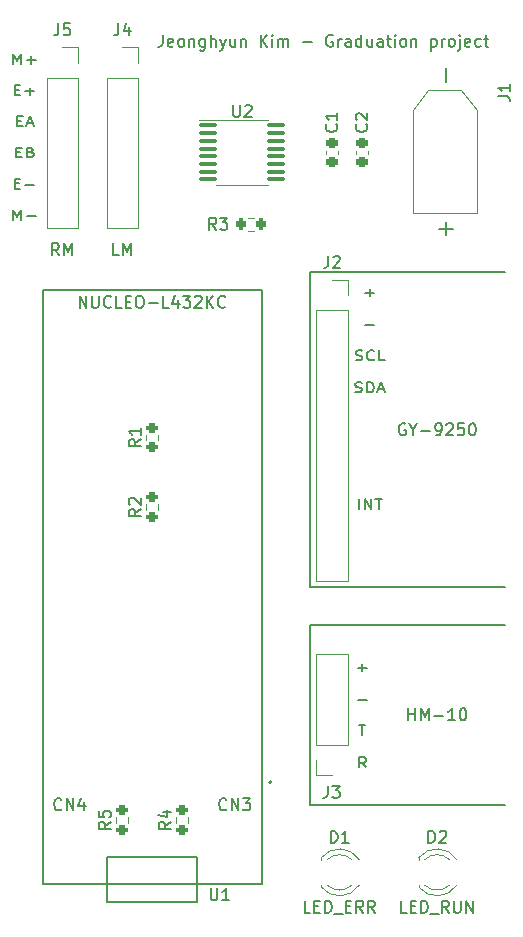
<source format=gto>
%TF.GenerationSoftware,KiCad,Pcbnew,(6.0.7)*%
%TF.CreationDate,2023-08-18T16:06:47+09:00*%
%TF.ProjectId,graduate-project,67726164-7561-4746-952d-70726f6a6563,rev?*%
%TF.SameCoordinates,Original*%
%TF.FileFunction,Legend,Top*%
%TF.FilePolarity,Positive*%
%FSLAX46Y46*%
G04 Gerber Fmt 4.6, Leading zero omitted, Abs format (unit mm)*
G04 Created by KiCad (PCBNEW (6.0.7)) date 2023-08-18 16:06:47*
%MOMM*%
%LPD*%
G01*
G04 APERTURE LIST*
G04 Aperture macros list*
%AMRoundRect*
0 Rectangle with rounded corners*
0 $1 Rounding radius*
0 $2 $3 $4 $5 $6 $7 $8 $9 X,Y pos of 4 corners*
0 Add a 4 corners polygon primitive as box body*
4,1,4,$2,$3,$4,$5,$6,$7,$8,$9,$2,$3,0*
0 Add four circle primitives for the rounded corners*
1,1,$1+$1,$2,$3*
1,1,$1+$1,$4,$5*
1,1,$1+$1,$6,$7*
1,1,$1+$1,$8,$9*
0 Add four rect primitives between the rounded corners*
20,1,$1+$1,$2,$3,$4,$5,0*
20,1,$1+$1,$4,$5,$6,$7,0*
20,1,$1+$1,$6,$7,$8,$9,0*
20,1,$1+$1,$8,$9,$2,$3,0*%
G04 Aperture macros list end*
%ADD10C,0.150000*%
%ADD11C,0.120000*%
%ADD12C,0.127000*%
%ADD13C,0.200000*%
%ADD14R,1.700000X1.700000*%
%ADD15O,1.700000X1.700000*%
%ADD16RoundRect,0.200000X0.200000X0.275000X-0.200000X0.275000X-0.200000X-0.275000X0.200000X-0.275000X0*%
%ADD17RoundRect,0.225000X0.250000X-0.225000X0.250000X0.225000X-0.250000X0.225000X-0.250000X-0.225000X0*%
%ADD18R,1.800000X1.800000*%
%ADD19C,1.800000*%
%ADD20RoundRect,0.200000X0.275000X-0.200000X0.275000X0.200000X-0.275000X0.200000X-0.275000X-0.200000X0*%
%ADD21R,1.530000X1.530000*%
%ADD22C,1.530000*%
%ADD23R,2.460000X2.310000*%
%ADD24RoundRect,0.100000X-0.687500X-0.100000X0.687500X-0.100000X0.687500X0.100000X-0.687500X0.100000X0*%
%ADD25R,3.800000X3.800000*%
%ADD26C,4.000000*%
G04 APERTURE END LIST*
D10*
X76835000Y-89535000D02*
X76835000Y-104775000D01*
X93345000Y-59690000D02*
X76835000Y-59690000D01*
X59690000Y-109220000D02*
X67310000Y-109220000D01*
X67310000Y-109220000D02*
X67310000Y-113030000D01*
X67310000Y-113030000D02*
X59690000Y-113030000D01*
X59690000Y-113030000D02*
X59690000Y-109220000D01*
X76835000Y-104775000D02*
X93345000Y-104775000D01*
X93345000Y-89535000D02*
X76835000Y-89535000D01*
X76835000Y-86360000D02*
X93345000Y-86360000D01*
X76835000Y-59690000D02*
X76835000Y-86360000D01*
X69794523Y-105132142D02*
X69746904Y-105179761D01*
X69604047Y-105227380D01*
X69508809Y-105227380D01*
X69365952Y-105179761D01*
X69270714Y-105084523D01*
X69223095Y-104989285D01*
X69175476Y-104798809D01*
X69175476Y-104655952D01*
X69223095Y-104465476D01*
X69270714Y-104370238D01*
X69365952Y-104275000D01*
X69508809Y-104227380D01*
X69604047Y-104227380D01*
X69746904Y-104275000D01*
X69794523Y-104322619D01*
X70223095Y-105227380D02*
X70223095Y-104227380D01*
X70794523Y-105227380D01*
X70794523Y-104227380D01*
X71175476Y-104227380D02*
X71794523Y-104227380D01*
X71461190Y-104608333D01*
X71604047Y-104608333D01*
X71699285Y-104655952D01*
X71746904Y-104703571D01*
X71794523Y-104798809D01*
X71794523Y-105036904D01*
X71746904Y-105132142D01*
X71699285Y-105179761D01*
X71604047Y-105227380D01*
X71318333Y-105227380D01*
X71223095Y-105179761D01*
X71175476Y-105132142D01*
X55824523Y-105132142D02*
X55776904Y-105179761D01*
X55634047Y-105227380D01*
X55538809Y-105227380D01*
X55395952Y-105179761D01*
X55300714Y-105084523D01*
X55253095Y-104989285D01*
X55205476Y-104798809D01*
X55205476Y-104655952D01*
X55253095Y-104465476D01*
X55300714Y-104370238D01*
X55395952Y-104275000D01*
X55538809Y-104227380D01*
X55634047Y-104227380D01*
X55776904Y-104275000D01*
X55824523Y-104322619D01*
X56253095Y-105227380D02*
X56253095Y-104227380D01*
X56824523Y-105227380D01*
X56824523Y-104227380D01*
X57729285Y-104560714D02*
X57729285Y-105227380D01*
X57491190Y-104179761D02*
X57253095Y-104894047D01*
X57872142Y-104894047D01*
X81534047Y-61407800D02*
X82295952Y-61407800D01*
X81915000Y-61727800D02*
X81915000Y-61087800D01*
X81534047Y-64112600D02*
X82295952Y-64112600D01*
X80724523Y-67097400D02*
X80867380Y-67137400D01*
X81105476Y-67137400D01*
X81200714Y-67097400D01*
X81248333Y-67057400D01*
X81295952Y-66977400D01*
X81295952Y-66897400D01*
X81248333Y-66817400D01*
X81200714Y-66777400D01*
X81105476Y-66737400D01*
X80915000Y-66697400D01*
X80819761Y-66657400D01*
X80772142Y-66617400D01*
X80724523Y-66537400D01*
X80724523Y-66457400D01*
X80772142Y-66377400D01*
X80819761Y-66337400D01*
X80915000Y-66297400D01*
X81153095Y-66297400D01*
X81295952Y-66337400D01*
X82295952Y-67057400D02*
X82248333Y-67097400D01*
X82105476Y-67137400D01*
X82010238Y-67137400D01*
X81867380Y-67097400D01*
X81772142Y-67017400D01*
X81724523Y-66937400D01*
X81676904Y-66777400D01*
X81676904Y-66657400D01*
X81724523Y-66497400D01*
X81772142Y-66417400D01*
X81867380Y-66337400D01*
X82010238Y-66297400D01*
X82105476Y-66297400D01*
X82248333Y-66337400D01*
X82295952Y-66377400D01*
X83200714Y-67137400D02*
X82724523Y-67137400D01*
X82724523Y-66297400D01*
X80700714Y-69802200D02*
X80843571Y-69842200D01*
X81081666Y-69842200D01*
X81176904Y-69802200D01*
X81224523Y-69762200D01*
X81272142Y-69682200D01*
X81272142Y-69602200D01*
X81224523Y-69522200D01*
X81176904Y-69482200D01*
X81081666Y-69442200D01*
X80891190Y-69402200D01*
X80795952Y-69362200D01*
X80748333Y-69322200D01*
X80700714Y-69242200D01*
X80700714Y-69162200D01*
X80748333Y-69082200D01*
X80795952Y-69042200D01*
X80891190Y-69002200D01*
X81129285Y-69002200D01*
X81272142Y-69042200D01*
X81700714Y-69842200D02*
X81700714Y-69002200D01*
X81938809Y-69002200D01*
X82081666Y-69042200D01*
X82176904Y-69122200D01*
X82224523Y-69202200D01*
X82272142Y-69362200D01*
X82272142Y-69482200D01*
X82224523Y-69642200D01*
X82176904Y-69722200D01*
X82081666Y-69802200D01*
X81938809Y-69842200D01*
X81700714Y-69842200D01*
X82653095Y-69602200D02*
X83129285Y-69602200D01*
X82557857Y-69842200D02*
X82891190Y-69002200D01*
X83224523Y-69842200D01*
X64406571Y-39584380D02*
X64406571Y-40298666D01*
X64358952Y-40441523D01*
X64263714Y-40536761D01*
X64120857Y-40584380D01*
X64025619Y-40584380D01*
X65263714Y-40536761D02*
X65168476Y-40584380D01*
X64978000Y-40584380D01*
X64882761Y-40536761D01*
X64835142Y-40441523D01*
X64835142Y-40060571D01*
X64882761Y-39965333D01*
X64978000Y-39917714D01*
X65168476Y-39917714D01*
X65263714Y-39965333D01*
X65311333Y-40060571D01*
X65311333Y-40155809D01*
X64835142Y-40251047D01*
X65882761Y-40584380D02*
X65787523Y-40536761D01*
X65739904Y-40489142D01*
X65692285Y-40393904D01*
X65692285Y-40108190D01*
X65739904Y-40012952D01*
X65787523Y-39965333D01*
X65882761Y-39917714D01*
X66025619Y-39917714D01*
X66120857Y-39965333D01*
X66168476Y-40012952D01*
X66216095Y-40108190D01*
X66216095Y-40393904D01*
X66168476Y-40489142D01*
X66120857Y-40536761D01*
X66025619Y-40584380D01*
X65882761Y-40584380D01*
X66644666Y-39917714D02*
X66644666Y-40584380D01*
X66644666Y-40012952D02*
X66692285Y-39965333D01*
X66787523Y-39917714D01*
X66930380Y-39917714D01*
X67025619Y-39965333D01*
X67073238Y-40060571D01*
X67073238Y-40584380D01*
X67978000Y-39917714D02*
X67978000Y-40727238D01*
X67930380Y-40822476D01*
X67882761Y-40870095D01*
X67787523Y-40917714D01*
X67644666Y-40917714D01*
X67549428Y-40870095D01*
X67978000Y-40536761D02*
X67882761Y-40584380D01*
X67692285Y-40584380D01*
X67597047Y-40536761D01*
X67549428Y-40489142D01*
X67501809Y-40393904D01*
X67501809Y-40108190D01*
X67549428Y-40012952D01*
X67597047Y-39965333D01*
X67692285Y-39917714D01*
X67882761Y-39917714D01*
X67978000Y-39965333D01*
X68454190Y-40584380D02*
X68454190Y-39584380D01*
X68882761Y-40584380D02*
X68882761Y-40060571D01*
X68835142Y-39965333D01*
X68739904Y-39917714D01*
X68597047Y-39917714D01*
X68501809Y-39965333D01*
X68454190Y-40012952D01*
X69263714Y-39917714D02*
X69501809Y-40584380D01*
X69739904Y-39917714D02*
X69501809Y-40584380D01*
X69406571Y-40822476D01*
X69358952Y-40870095D01*
X69263714Y-40917714D01*
X70549428Y-39917714D02*
X70549428Y-40584380D01*
X70120857Y-39917714D02*
X70120857Y-40441523D01*
X70168476Y-40536761D01*
X70263714Y-40584380D01*
X70406571Y-40584380D01*
X70501809Y-40536761D01*
X70549428Y-40489142D01*
X71025619Y-39917714D02*
X71025619Y-40584380D01*
X71025619Y-40012952D02*
X71073238Y-39965333D01*
X71168476Y-39917714D01*
X71311333Y-39917714D01*
X71406571Y-39965333D01*
X71454190Y-40060571D01*
X71454190Y-40584380D01*
X72692285Y-40584380D02*
X72692285Y-39584380D01*
X73263714Y-40584380D02*
X72835142Y-40012952D01*
X73263714Y-39584380D02*
X72692285Y-40155809D01*
X73692285Y-40584380D02*
X73692285Y-39917714D01*
X73692285Y-39584380D02*
X73644666Y-39632000D01*
X73692285Y-39679619D01*
X73739904Y-39632000D01*
X73692285Y-39584380D01*
X73692285Y-39679619D01*
X74168476Y-40584380D02*
X74168476Y-39917714D01*
X74168476Y-40012952D02*
X74216095Y-39965333D01*
X74311333Y-39917714D01*
X74454190Y-39917714D01*
X74549428Y-39965333D01*
X74597047Y-40060571D01*
X74597047Y-40584380D01*
X74597047Y-40060571D02*
X74644666Y-39965333D01*
X74739904Y-39917714D01*
X74882761Y-39917714D01*
X74978000Y-39965333D01*
X75025619Y-40060571D01*
X75025619Y-40584380D01*
X76263714Y-40203428D02*
X77025619Y-40203428D01*
X78787523Y-39632000D02*
X78692285Y-39584380D01*
X78549428Y-39584380D01*
X78406571Y-39632000D01*
X78311333Y-39727238D01*
X78263714Y-39822476D01*
X78216095Y-40012952D01*
X78216095Y-40155809D01*
X78263714Y-40346285D01*
X78311333Y-40441523D01*
X78406571Y-40536761D01*
X78549428Y-40584380D01*
X78644666Y-40584380D01*
X78787523Y-40536761D01*
X78835142Y-40489142D01*
X78835142Y-40155809D01*
X78644666Y-40155809D01*
X79263714Y-40584380D02*
X79263714Y-39917714D01*
X79263714Y-40108190D02*
X79311333Y-40012952D01*
X79358952Y-39965333D01*
X79454190Y-39917714D01*
X79549428Y-39917714D01*
X80311333Y-40584380D02*
X80311333Y-40060571D01*
X80263714Y-39965333D01*
X80168476Y-39917714D01*
X79978000Y-39917714D01*
X79882761Y-39965333D01*
X80311333Y-40536761D02*
X80216095Y-40584380D01*
X79978000Y-40584380D01*
X79882761Y-40536761D01*
X79835142Y-40441523D01*
X79835142Y-40346285D01*
X79882761Y-40251047D01*
X79978000Y-40203428D01*
X80216095Y-40203428D01*
X80311333Y-40155809D01*
X81216095Y-40584380D02*
X81216095Y-39584380D01*
X81216095Y-40536761D02*
X81120857Y-40584380D01*
X80930380Y-40584380D01*
X80835142Y-40536761D01*
X80787523Y-40489142D01*
X80739904Y-40393904D01*
X80739904Y-40108190D01*
X80787523Y-40012952D01*
X80835142Y-39965333D01*
X80930380Y-39917714D01*
X81120857Y-39917714D01*
X81216095Y-39965333D01*
X82120857Y-39917714D02*
X82120857Y-40584380D01*
X81692285Y-39917714D02*
X81692285Y-40441523D01*
X81739904Y-40536761D01*
X81835142Y-40584380D01*
X81978000Y-40584380D01*
X82073238Y-40536761D01*
X82120857Y-40489142D01*
X83025619Y-40584380D02*
X83025619Y-40060571D01*
X82978000Y-39965333D01*
X82882761Y-39917714D01*
X82692285Y-39917714D01*
X82597047Y-39965333D01*
X83025619Y-40536761D02*
X82930380Y-40584380D01*
X82692285Y-40584380D01*
X82597047Y-40536761D01*
X82549428Y-40441523D01*
X82549428Y-40346285D01*
X82597047Y-40251047D01*
X82692285Y-40203428D01*
X82930380Y-40203428D01*
X83025619Y-40155809D01*
X83358952Y-39917714D02*
X83739904Y-39917714D01*
X83501809Y-39584380D02*
X83501809Y-40441523D01*
X83549428Y-40536761D01*
X83644666Y-40584380D01*
X83739904Y-40584380D01*
X84073238Y-40584380D02*
X84073238Y-39917714D01*
X84073238Y-39584380D02*
X84025619Y-39632000D01*
X84073238Y-39679619D01*
X84120857Y-39632000D01*
X84073238Y-39584380D01*
X84073238Y-39679619D01*
X84692285Y-40584380D02*
X84597047Y-40536761D01*
X84549428Y-40489142D01*
X84501809Y-40393904D01*
X84501809Y-40108190D01*
X84549428Y-40012952D01*
X84597047Y-39965333D01*
X84692285Y-39917714D01*
X84835142Y-39917714D01*
X84930380Y-39965333D01*
X84978000Y-40012952D01*
X85025619Y-40108190D01*
X85025619Y-40393904D01*
X84978000Y-40489142D01*
X84930380Y-40536761D01*
X84835142Y-40584380D01*
X84692285Y-40584380D01*
X85454190Y-39917714D02*
X85454190Y-40584380D01*
X85454190Y-40012952D02*
X85501809Y-39965333D01*
X85597047Y-39917714D01*
X85739904Y-39917714D01*
X85835142Y-39965333D01*
X85882761Y-40060571D01*
X85882761Y-40584380D01*
X87120857Y-39917714D02*
X87120857Y-40917714D01*
X87120857Y-39965333D02*
X87216095Y-39917714D01*
X87406571Y-39917714D01*
X87501809Y-39965333D01*
X87549428Y-40012952D01*
X87597047Y-40108190D01*
X87597047Y-40393904D01*
X87549428Y-40489142D01*
X87501809Y-40536761D01*
X87406571Y-40584380D01*
X87216095Y-40584380D01*
X87120857Y-40536761D01*
X88025619Y-40584380D02*
X88025619Y-39917714D01*
X88025619Y-40108190D02*
X88073238Y-40012952D01*
X88120857Y-39965333D01*
X88216095Y-39917714D01*
X88311333Y-39917714D01*
X88787523Y-40584380D02*
X88692285Y-40536761D01*
X88644666Y-40489142D01*
X88597047Y-40393904D01*
X88597047Y-40108190D01*
X88644666Y-40012952D01*
X88692285Y-39965333D01*
X88787523Y-39917714D01*
X88930380Y-39917714D01*
X89025619Y-39965333D01*
X89073238Y-40012952D01*
X89120857Y-40108190D01*
X89120857Y-40393904D01*
X89073238Y-40489142D01*
X89025619Y-40536761D01*
X88930380Y-40584380D01*
X88787523Y-40584380D01*
X89549428Y-39917714D02*
X89549428Y-40774857D01*
X89501809Y-40870095D01*
X89406571Y-40917714D01*
X89358952Y-40917714D01*
X89549428Y-39584380D02*
X89501809Y-39632000D01*
X89549428Y-39679619D01*
X89597047Y-39632000D01*
X89549428Y-39584380D01*
X89549428Y-39679619D01*
X90406571Y-40536761D02*
X90311333Y-40584380D01*
X90120857Y-40584380D01*
X90025619Y-40536761D01*
X89977999Y-40441523D01*
X89977999Y-40060571D01*
X90025619Y-39965333D01*
X90120857Y-39917714D01*
X90311333Y-39917714D01*
X90406571Y-39965333D01*
X90454190Y-40060571D01*
X90454190Y-40155809D01*
X89977999Y-40251047D01*
X91311333Y-40536761D02*
X91216095Y-40584380D01*
X91025619Y-40584380D01*
X90930380Y-40536761D01*
X90882761Y-40489142D01*
X90835142Y-40393904D01*
X90835142Y-40108190D01*
X90882761Y-40012952D01*
X90930380Y-39965333D01*
X91025619Y-39917714D01*
X91216095Y-39917714D01*
X91311333Y-39965333D01*
X91597047Y-39917714D02*
X91978000Y-39917714D01*
X91739904Y-39584380D02*
X91739904Y-40441523D01*
X91787523Y-40536761D01*
X91882761Y-40584380D01*
X91978000Y-40584380D01*
X80899047Y-93157800D02*
X81660952Y-93157800D01*
X81280000Y-93477800D02*
X81280000Y-92837800D01*
X80899047Y-95862600D02*
X81660952Y-95862600D01*
X80994285Y-98047400D02*
X81565714Y-98047400D01*
X81280000Y-98887400D02*
X81280000Y-98047400D01*
X81589523Y-101592200D02*
X81256190Y-101192200D01*
X81018095Y-101592200D02*
X81018095Y-100752200D01*
X81399047Y-100752200D01*
X81494285Y-100792200D01*
X81541904Y-100832200D01*
X81589523Y-100912200D01*
X81589523Y-101032200D01*
X81541904Y-101112200D01*
X81494285Y-101152200D01*
X81399047Y-101192200D01*
X81018095Y-101192200D01*
X51752619Y-42029952D02*
X51752619Y-41209952D01*
X52085952Y-41795666D01*
X52419285Y-41209952D01*
X52419285Y-42029952D01*
X52895476Y-41717571D02*
X53657380Y-41717571D01*
X53276428Y-42029952D02*
X53276428Y-41405190D01*
X51871666Y-44240828D02*
X52205000Y-44240828D01*
X52347857Y-44670352D02*
X51871666Y-44670352D01*
X51871666Y-43850352D01*
X52347857Y-43850352D01*
X52776428Y-44357971D02*
X53538333Y-44357971D01*
X53157380Y-44670352D02*
X53157380Y-44045590D01*
X52062142Y-46881228D02*
X52395476Y-46881228D01*
X52538333Y-47310752D02*
X52062142Y-47310752D01*
X52062142Y-46490752D01*
X52538333Y-46490752D01*
X52919285Y-47076466D02*
X53395476Y-47076466D01*
X52824047Y-47310752D02*
X53157380Y-46490752D01*
X53490714Y-47310752D01*
X51990714Y-49521628D02*
X52324047Y-49521628D01*
X52466904Y-49951152D02*
X51990714Y-49951152D01*
X51990714Y-49131152D01*
X52466904Y-49131152D01*
X53228809Y-49521628D02*
X53371666Y-49560676D01*
X53419285Y-49599723D01*
X53466904Y-49677819D01*
X53466904Y-49794961D01*
X53419285Y-49873057D01*
X53371666Y-49912104D01*
X53276428Y-49951152D01*
X52895476Y-49951152D01*
X52895476Y-49131152D01*
X53228809Y-49131152D01*
X53324047Y-49170200D01*
X53371666Y-49209247D01*
X53419285Y-49287342D01*
X53419285Y-49365438D01*
X53371666Y-49443533D01*
X53324047Y-49482580D01*
X53228809Y-49521628D01*
X52895476Y-49521628D01*
X51871666Y-52162028D02*
X52205000Y-52162028D01*
X52347857Y-52591552D02*
X51871666Y-52591552D01*
X51871666Y-51771552D01*
X52347857Y-51771552D01*
X52776428Y-52279171D02*
X53538333Y-52279171D01*
X51752619Y-55231952D02*
X51752619Y-54411952D01*
X52085952Y-54997666D01*
X52419285Y-54411952D01*
X52419285Y-55231952D01*
X52895476Y-54919571D02*
X53657380Y-54919571D01*
X81010238Y-79755000D02*
X81010238Y-78915000D01*
X81486428Y-79755000D02*
X81486428Y-78915000D01*
X82057857Y-79755000D01*
X82057857Y-78915000D01*
X82391190Y-78915000D02*
X82962619Y-78915000D01*
X82676904Y-79755000D02*
X82676904Y-78915000D01*
X55618095Y-58237380D02*
X55284761Y-57761190D01*
X55046666Y-58237380D02*
X55046666Y-57237380D01*
X55427619Y-57237380D01*
X55522857Y-57285000D01*
X55570476Y-57332619D01*
X55618095Y-57427857D01*
X55618095Y-57570714D01*
X55570476Y-57665952D01*
X55522857Y-57713571D01*
X55427619Y-57761190D01*
X55046666Y-57761190D01*
X56046666Y-58237380D02*
X56046666Y-57237380D01*
X56380000Y-57951666D01*
X56713333Y-57237380D01*
X56713333Y-58237380D01*
X60698095Y-58237380D02*
X60221904Y-58237380D01*
X60221904Y-57237380D01*
X61031428Y-58237380D02*
X61031428Y-57237380D01*
X61364761Y-57951666D01*
X61698095Y-57237380D01*
X61698095Y-58237380D01*
%TO.C,J2*%
X78406666Y-58307380D02*
X78406666Y-59021666D01*
X78359047Y-59164523D01*
X78263809Y-59259761D01*
X78120952Y-59307380D01*
X78025714Y-59307380D01*
X78835238Y-58402619D02*
X78882857Y-58355000D01*
X78978095Y-58307380D01*
X79216190Y-58307380D01*
X79311428Y-58355000D01*
X79359047Y-58402619D01*
X79406666Y-58497857D01*
X79406666Y-58593095D01*
X79359047Y-58735952D01*
X78787619Y-59307380D01*
X79406666Y-59307380D01*
X84939523Y-72525000D02*
X84844285Y-72477380D01*
X84701428Y-72477380D01*
X84558571Y-72525000D01*
X84463333Y-72620238D01*
X84415714Y-72715476D01*
X84368095Y-72905952D01*
X84368095Y-73048809D01*
X84415714Y-73239285D01*
X84463333Y-73334523D01*
X84558571Y-73429761D01*
X84701428Y-73477380D01*
X84796666Y-73477380D01*
X84939523Y-73429761D01*
X84987142Y-73382142D01*
X84987142Y-73048809D01*
X84796666Y-73048809D01*
X85606190Y-73001190D02*
X85606190Y-73477380D01*
X85272857Y-72477380D02*
X85606190Y-73001190D01*
X85939523Y-72477380D01*
X86272857Y-73096428D02*
X87034761Y-73096428D01*
X87558571Y-73477380D02*
X87749047Y-73477380D01*
X87844285Y-73429761D01*
X87891904Y-73382142D01*
X87987142Y-73239285D01*
X88034761Y-73048809D01*
X88034761Y-72667857D01*
X87987142Y-72572619D01*
X87939523Y-72525000D01*
X87844285Y-72477380D01*
X87653809Y-72477380D01*
X87558571Y-72525000D01*
X87510952Y-72572619D01*
X87463333Y-72667857D01*
X87463333Y-72905952D01*
X87510952Y-73001190D01*
X87558571Y-73048809D01*
X87653809Y-73096428D01*
X87844285Y-73096428D01*
X87939523Y-73048809D01*
X87987142Y-73001190D01*
X88034761Y-72905952D01*
X88415714Y-72572619D02*
X88463333Y-72525000D01*
X88558571Y-72477380D01*
X88796666Y-72477380D01*
X88891904Y-72525000D01*
X88939523Y-72572619D01*
X88987142Y-72667857D01*
X88987142Y-72763095D01*
X88939523Y-72905952D01*
X88368095Y-73477380D01*
X88987142Y-73477380D01*
X89891904Y-72477380D02*
X89415714Y-72477380D01*
X89368095Y-72953571D01*
X89415714Y-72905952D01*
X89510952Y-72858333D01*
X89749047Y-72858333D01*
X89844285Y-72905952D01*
X89891904Y-72953571D01*
X89939523Y-73048809D01*
X89939523Y-73286904D01*
X89891904Y-73382142D01*
X89844285Y-73429761D01*
X89749047Y-73477380D01*
X89510952Y-73477380D01*
X89415714Y-73429761D01*
X89368095Y-73382142D01*
X90558571Y-72477380D02*
X90653809Y-72477380D01*
X90749047Y-72525000D01*
X90796666Y-72572619D01*
X90844285Y-72667857D01*
X90891904Y-72858333D01*
X90891904Y-73096428D01*
X90844285Y-73286904D01*
X90796666Y-73382142D01*
X90749047Y-73429761D01*
X90653809Y-73477380D01*
X90558571Y-73477380D01*
X90463333Y-73429761D01*
X90415714Y-73382142D01*
X90368095Y-73286904D01*
X90320476Y-73096428D01*
X90320476Y-72858333D01*
X90368095Y-72667857D01*
X90415714Y-72572619D01*
X90463333Y-72525000D01*
X90558571Y-72477380D01*
%TO.C,R3*%
X68921333Y-56078380D02*
X68588000Y-55602190D01*
X68349904Y-56078380D02*
X68349904Y-55078380D01*
X68730857Y-55078380D01*
X68826095Y-55126000D01*
X68873714Y-55173619D01*
X68921333Y-55268857D01*
X68921333Y-55411714D01*
X68873714Y-55506952D01*
X68826095Y-55554571D01*
X68730857Y-55602190D01*
X68349904Y-55602190D01*
X69254666Y-55078380D02*
X69873714Y-55078380D01*
X69540380Y-55459333D01*
X69683238Y-55459333D01*
X69778476Y-55506952D01*
X69826095Y-55554571D01*
X69873714Y-55649809D01*
X69873714Y-55887904D01*
X69826095Y-55983142D01*
X69778476Y-56030761D01*
X69683238Y-56078380D01*
X69397523Y-56078380D01*
X69302285Y-56030761D01*
X69254666Y-55983142D01*
%TO.C,C2*%
X81637142Y-47156666D02*
X81684761Y-47204285D01*
X81732380Y-47347142D01*
X81732380Y-47442380D01*
X81684761Y-47585238D01*
X81589523Y-47680476D01*
X81494285Y-47728095D01*
X81303809Y-47775714D01*
X81160952Y-47775714D01*
X80970476Y-47728095D01*
X80875238Y-47680476D01*
X80780000Y-47585238D01*
X80732380Y-47442380D01*
X80732380Y-47347142D01*
X80780000Y-47204285D01*
X80827619Y-47156666D01*
X80827619Y-46775714D02*
X80780000Y-46728095D01*
X80732380Y-46632857D01*
X80732380Y-46394761D01*
X80780000Y-46299523D01*
X80827619Y-46251904D01*
X80922857Y-46204285D01*
X81018095Y-46204285D01*
X81160952Y-46251904D01*
X81732380Y-46823333D01*
X81732380Y-46204285D01*
%TO.C,D1*%
X78631904Y-107982380D02*
X78631904Y-106982380D01*
X78870000Y-106982380D01*
X79012857Y-107030000D01*
X79108095Y-107125238D01*
X79155714Y-107220476D01*
X79203333Y-107410952D01*
X79203333Y-107553809D01*
X79155714Y-107744285D01*
X79108095Y-107839523D01*
X79012857Y-107934761D01*
X78870000Y-107982380D01*
X78631904Y-107982380D01*
X80155714Y-107982380D02*
X79584285Y-107982380D01*
X79870000Y-107982380D02*
X79870000Y-106982380D01*
X79774761Y-107125238D01*
X79679523Y-107220476D01*
X79584285Y-107268095D01*
X76893809Y-113902380D02*
X76417619Y-113902380D01*
X76417619Y-112902380D01*
X77227142Y-113378571D02*
X77560476Y-113378571D01*
X77703333Y-113902380D02*
X77227142Y-113902380D01*
X77227142Y-112902380D01*
X77703333Y-112902380D01*
X78131904Y-113902380D02*
X78131904Y-112902380D01*
X78370000Y-112902380D01*
X78512857Y-112950000D01*
X78608095Y-113045238D01*
X78655714Y-113140476D01*
X78703333Y-113330952D01*
X78703333Y-113473809D01*
X78655714Y-113664285D01*
X78608095Y-113759523D01*
X78512857Y-113854761D01*
X78370000Y-113902380D01*
X78131904Y-113902380D01*
X78893809Y-113997619D02*
X79655714Y-113997619D01*
X79893809Y-113378571D02*
X80227142Y-113378571D01*
X80370000Y-113902380D02*
X79893809Y-113902380D01*
X79893809Y-112902380D01*
X80370000Y-112902380D01*
X81370000Y-113902380D02*
X81036666Y-113426190D01*
X80798571Y-113902380D02*
X80798571Y-112902380D01*
X81179523Y-112902380D01*
X81274761Y-112950000D01*
X81322380Y-112997619D01*
X81370000Y-113092857D01*
X81370000Y-113235714D01*
X81322380Y-113330952D01*
X81274761Y-113378571D01*
X81179523Y-113426190D01*
X80798571Y-113426190D01*
X82370000Y-113902380D02*
X82036666Y-113426190D01*
X81798571Y-113902380D02*
X81798571Y-112902380D01*
X82179523Y-112902380D01*
X82274761Y-112950000D01*
X82322380Y-112997619D01*
X82370000Y-113092857D01*
X82370000Y-113235714D01*
X82322380Y-113330952D01*
X82274761Y-113378571D01*
X82179523Y-113426190D01*
X81798571Y-113426190D01*
%TO.C,R2*%
X62522380Y-79731666D02*
X62046190Y-80065000D01*
X62522380Y-80303095D02*
X61522380Y-80303095D01*
X61522380Y-79922142D01*
X61570000Y-79826904D01*
X61617619Y-79779285D01*
X61712857Y-79731666D01*
X61855714Y-79731666D01*
X61950952Y-79779285D01*
X61998571Y-79826904D01*
X62046190Y-79922142D01*
X62046190Y-80303095D01*
X61617619Y-79350714D02*
X61570000Y-79303095D01*
X61522380Y-79207857D01*
X61522380Y-78969761D01*
X61570000Y-78874523D01*
X61617619Y-78826904D01*
X61712857Y-78779285D01*
X61808095Y-78779285D01*
X61950952Y-78826904D01*
X62522380Y-79398333D01*
X62522380Y-78779285D01*
%TO.C,R1*%
X62522380Y-73826666D02*
X62046190Y-74160000D01*
X62522380Y-74398095D02*
X61522380Y-74398095D01*
X61522380Y-74017142D01*
X61570000Y-73921904D01*
X61617619Y-73874285D01*
X61712857Y-73826666D01*
X61855714Y-73826666D01*
X61950952Y-73874285D01*
X61998571Y-73921904D01*
X62046190Y-74017142D01*
X62046190Y-74398095D01*
X62522380Y-72874285D02*
X62522380Y-73445714D01*
X62522380Y-73160000D02*
X61522380Y-73160000D01*
X61665238Y-73255238D01*
X61760476Y-73350476D01*
X61808095Y-73445714D01*
%TO.C,D2*%
X86886904Y-107982380D02*
X86886904Y-106982380D01*
X87125000Y-106982380D01*
X87267857Y-107030000D01*
X87363095Y-107125238D01*
X87410714Y-107220476D01*
X87458333Y-107410952D01*
X87458333Y-107553809D01*
X87410714Y-107744285D01*
X87363095Y-107839523D01*
X87267857Y-107934761D01*
X87125000Y-107982380D01*
X86886904Y-107982380D01*
X87839285Y-107077619D02*
X87886904Y-107030000D01*
X87982142Y-106982380D01*
X88220238Y-106982380D01*
X88315476Y-107030000D01*
X88363095Y-107077619D01*
X88410714Y-107172857D01*
X88410714Y-107268095D01*
X88363095Y-107410952D01*
X87791666Y-107982380D01*
X88410714Y-107982380D01*
X85053571Y-113902380D02*
X84577380Y-113902380D01*
X84577380Y-112902380D01*
X85386904Y-113378571D02*
X85720238Y-113378571D01*
X85863095Y-113902380D02*
X85386904Y-113902380D01*
X85386904Y-112902380D01*
X85863095Y-112902380D01*
X86291666Y-113902380D02*
X86291666Y-112902380D01*
X86529761Y-112902380D01*
X86672619Y-112950000D01*
X86767857Y-113045238D01*
X86815476Y-113140476D01*
X86863095Y-113330952D01*
X86863095Y-113473809D01*
X86815476Y-113664285D01*
X86767857Y-113759523D01*
X86672619Y-113854761D01*
X86529761Y-113902380D01*
X86291666Y-113902380D01*
X87053571Y-113997619D02*
X87815476Y-113997619D01*
X88625000Y-113902380D02*
X88291666Y-113426190D01*
X88053571Y-113902380D02*
X88053571Y-112902380D01*
X88434523Y-112902380D01*
X88529761Y-112950000D01*
X88577380Y-112997619D01*
X88625000Y-113092857D01*
X88625000Y-113235714D01*
X88577380Y-113330952D01*
X88529761Y-113378571D01*
X88434523Y-113426190D01*
X88053571Y-113426190D01*
X89053571Y-112902380D02*
X89053571Y-113711904D01*
X89101190Y-113807142D01*
X89148809Y-113854761D01*
X89244047Y-113902380D01*
X89434523Y-113902380D01*
X89529761Y-113854761D01*
X89577380Y-113807142D01*
X89625000Y-113711904D01*
X89625000Y-112902380D01*
X90101190Y-113902380D02*
X90101190Y-112902380D01*
X90672619Y-113902380D01*
X90672619Y-112902380D01*
%TO.C,R4*%
X65062380Y-106211666D02*
X64586190Y-106545000D01*
X65062380Y-106783095D02*
X64062380Y-106783095D01*
X64062380Y-106402142D01*
X64110000Y-106306904D01*
X64157619Y-106259285D01*
X64252857Y-106211666D01*
X64395714Y-106211666D01*
X64490952Y-106259285D01*
X64538571Y-106306904D01*
X64586190Y-106402142D01*
X64586190Y-106783095D01*
X64395714Y-105354523D02*
X65062380Y-105354523D01*
X64014761Y-105592619D02*
X64729047Y-105830714D01*
X64729047Y-105211666D01*
%TO.C,C1*%
X79097142Y-47156666D02*
X79144761Y-47204285D01*
X79192380Y-47347142D01*
X79192380Y-47442380D01*
X79144761Y-47585238D01*
X79049523Y-47680476D01*
X78954285Y-47728095D01*
X78763809Y-47775714D01*
X78620952Y-47775714D01*
X78430476Y-47728095D01*
X78335238Y-47680476D01*
X78240000Y-47585238D01*
X78192380Y-47442380D01*
X78192380Y-47347142D01*
X78240000Y-47204285D01*
X78287619Y-47156666D01*
X79192380Y-46204285D02*
X79192380Y-46775714D01*
X79192380Y-46490000D02*
X78192380Y-46490000D01*
X78335238Y-46585238D01*
X78430476Y-46680476D01*
X78478095Y-46775714D01*
%TO.C,R5*%
X59982380Y-106211666D02*
X59506190Y-106545000D01*
X59982380Y-106783095D02*
X58982380Y-106783095D01*
X58982380Y-106402142D01*
X59030000Y-106306904D01*
X59077619Y-106259285D01*
X59172857Y-106211666D01*
X59315714Y-106211666D01*
X59410952Y-106259285D01*
X59458571Y-106306904D01*
X59506190Y-106402142D01*
X59506190Y-106783095D01*
X58982380Y-105306904D02*
X58982380Y-105783095D01*
X59458571Y-105830714D01*
X59410952Y-105783095D01*
X59363333Y-105687857D01*
X59363333Y-105449761D01*
X59410952Y-105354523D01*
X59458571Y-105306904D01*
X59553809Y-105259285D01*
X59791904Y-105259285D01*
X59887142Y-105306904D01*
X59934761Y-105354523D01*
X59982380Y-105449761D01*
X59982380Y-105687857D01*
X59934761Y-105783095D01*
X59887142Y-105830714D01*
%TO.C,U1*%
X68453095Y-111847380D02*
X68453095Y-112656904D01*
X68500714Y-112752142D01*
X68548333Y-112799761D01*
X68643571Y-112847380D01*
X68834047Y-112847380D01*
X68929285Y-112799761D01*
X68976904Y-112752142D01*
X69024523Y-112656904D01*
X69024523Y-111847380D01*
X70024523Y-112847380D02*
X69453095Y-112847380D01*
X69738809Y-112847380D02*
X69738809Y-111847380D01*
X69643571Y-111990238D01*
X69548333Y-112085476D01*
X69453095Y-112133095D01*
X57357142Y-62682380D02*
X57357142Y-61682380D01*
X57928571Y-62682380D01*
X57928571Y-61682380D01*
X58404761Y-61682380D02*
X58404761Y-62491904D01*
X58452380Y-62587142D01*
X58500000Y-62634761D01*
X58595238Y-62682380D01*
X58785714Y-62682380D01*
X58880952Y-62634761D01*
X58928571Y-62587142D01*
X58976190Y-62491904D01*
X58976190Y-61682380D01*
X60023809Y-62587142D02*
X59976190Y-62634761D01*
X59833333Y-62682380D01*
X59738095Y-62682380D01*
X59595238Y-62634761D01*
X59500000Y-62539523D01*
X59452380Y-62444285D01*
X59404761Y-62253809D01*
X59404761Y-62110952D01*
X59452380Y-61920476D01*
X59500000Y-61825238D01*
X59595238Y-61730000D01*
X59738095Y-61682380D01*
X59833333Y-61682380D01*
X59976190Y-61730000D01*
X60023809Y-61777619D01*
X60928571Y-62682380D02*
X60452380Y-62682380D01*
X60452380Y-61682380D01*
X61261904Y-62158571D02*
X61595238Y-62158571D01*
X61738095Y-62682380D02*
X61261904Y-62682380D01*
X61261904Y-61682380D01*
X61738095Y-61682380D01*
X62357142Y-61682380D02*
X62547619Y-61682380D01*
X62642857Y-61730000D01*
X62738095Y-61825238D01*
X62785714Y-62015714D01*
X62785714Y-62349047D01*
X62738095Y-62539523D01*
X62642857Y-62634761D01*
X62547619Y-62682380D01*
X62357142Y-62682380D01*
X62261904Y-62634761D01*
X62166666Y-62539523D01*
X62119047Y-62349047D01*
X62119047Y-62015714D01*
X62166666Y-61825238D01*
X62261904Y-61730000D01*
X62357142Y-61682380D01*
X63214285Y-62301428D02*
X63976190Y-62301428D01*
X64928571Y-62682380D02*
X64452380Y-62682380D01*
X64452380Y-61682380D01*
X65690476Y-62015714D02*
X65690476Y-62682380D01*
X65452380Y-61634761D02*
X65214285Y-62349047D01*
X65833333Y-62349047D01*
X66119047Y-61682380D02*
X66738095Y-61682380D01*
X66404761Y-62063333D01*
X66547619Y-62063333D01*
X66642857Y-62110952D01*
X66690476Y-62158571D01*
X66738095Y-62253809D01*
X66738095Y-62491904D01*
X66690476Y-62587142D01*
X66642857Y-62634761D01*
X66547619Y-62682380D01*
X66261904Y-62682380D01*
X66166666Y-62634761D01*
X66119047Y-62587142D01*
X67119047Y-61777619D02*
X67166666Y-61730000D01*
X67261904Y-61682380D01*
X67500000Y-61682380D01*
X67595238Y-61730000D01*
X67642857Y-61777619D01*
X67690476Y-61872857D01*
X67690476Y-61968095D01*
X67642857Y-62110952D01*
X67071428Y-62682380D01*
X67690476Y-62682380D01*
X68119047Y-62682380D02*
X68119047Y-61682380D01*
X68690476Y-62682380D02*
X68261904Y-62110952D01*
X68690476Y-61682380D02*
X68119047Y-62253809D01*
X69690476Y-62587142D02*
X69642857Y-62634761D01*
X69500000Y-62682380D01*
X69404761Y-62682380D01*
X69261904Y-62634761D01*
X69166666Y-62539523D01*
X69119047Y-62444285D01*
X69071428Y-62253809D01*
X69071428Y-62110952D01*
X69119047Y-61920476D01*
X69166666Y-61825238D01*
X69261904Y-61730000D01*
X69404761Y-61682380D01*
X69500000Y-61682380D01*
X69642857Y-61730000D01*
X69690476Y-61777619D01*
%TO.C,U2*%
X70358095Y-45532380D02*
X70358095Y-46341904D01*
X70405714Y-46437142D01*
X70453333Y-46484761D01*
X70548571Y-46532380D01*
X70739047Y-46532380D01*
X70834285Y-46484761D01*
X70881904Y-46437142D01*
X70929523Y-46341904D01*
X70929523Y-45532380D01*
X71358095Y-45627619D02*
X71405714Y-45580000D01*
X71500952Y-45532380D01*
X71739047Y-45532380D01*
X71834285Y-45580000D01*
X71881904Y-45627619D01*
X71929523Y-45722857D01*
X71929523Y-45818095D01*
X71881904Y-45960952D01*
X71310476Y-46532380D01*
X71929523Y-46532380D01*
%TO.C,J5*%
X55571666Y-38617380D02*
X55571666Y-39331666D01*
X55524047Y-39474523D01*
X55428809Y-39569761D01*
X55285952Y-39617380D01*
X55190714Y-39617380D01*
X56524047Y-38617380D02*
X56047857Y-38617380D01*
X56000238Y-39093571D01*
X56047857Y-39045952D01*
X56143095Y-38998333D01*
X56381190Y-38998333D01*
X56476428Y-39045952D01*
X56524047Y-39093571D01*
X56571666Y-39188809D01*
X56571666Y-39426904D01*
X56524047Y-39522142D01*
X56476428Y-39569761D01*
X56381190Y-39617380D01*
X56143095Y-39617380D01*
X56047857Y-39569761D01*
X56000238Y-39522142D01*
%TO.C,J3*%
X78381666Y-103177380D02*
X78381666Y-103891666D01*
X78334047Y-104034523D01*
X78238809Y-104129761D01*
X78095952Y-104177380D01*
X78000714Y-104177380D01*
X78762619Y-103177380D02*
X79381666Y-103177380D01*
X79048333Y-103558333D01*
X79191190Y-103558333D01*
X79286428Y-103605952D01*
X79334047Y-103653571D01*
X79381666Y-103748809D01*
X79381666Y-103986904D01*
X79334047Y-104082142D01*
X79286428Y-104129761D01*
X79191190Y-104177380D01*
X78905476Y-104177380D01*
X78810238Y-104129761D01*
X78762619Y-104082142D01*
X85201428Y-97607380D02*
X85201428Y-96607380D01*
X85201428Y-97083571D02*
X85772857Y-97083571D01*
X85772857Y-97607380D02*
X85772857Y-96607380D01*
X86249047Y-97607380D02*
X86249047Y-96607380D01*
X86582380Y-97321666D01*
X86915714Y-96607380D01*
X86915714Y-97607380D01*
X87391904Y-97226428D02*
X88153809Y-97226428D01*
X89153809Y-97607380D02*
X88582380Y-97607380D01*
X88868095Y-97607380D02*
X88868095Y-96607380D01*
X88772857Y-96750238D01*
X88677619Y-96845476D01*
X88582380Y-96893095D01*
X89772857Y-96607380D02*
X89868095Y-96607380D01*
X89963333Y-96655000D01*
X90010952Y-96702619D01*
X90058571Y-96797857D01*
X90106190Y-96988333D01*
X90106190Y-97226428D01*
X90058571Y-97416904D01*
X90010952Y-97512142D01*
X89963333Y-97559761D01*
X89868095Y-97607380D01*
X89772857Y-97607380D01*
X89677619Y-97559761D01*
X89630000Y-97512142D01*
X89582380Y-97416904D01*
X89534761Y-97226428D01*
X89534761Y-96988333D01*
X89582380Y-96797857D01*
X89630000Y-96702619D01*
X89677619Y-96655000D01*
X89772857Y-96607380D01*
%TO.C,J1*%
X92797380Y-44783333D02*
X93511666Y-44783333D01*
X93654523Y-44830952D01*
X93749761Y-44926190D01*
X93797380Y-45069047D01*
X93797380Y-45164285D01*
X93797380Y-43783333D02*
X93797380Y-44354761D01*
X93797380Y-44069047D02*
X92797380Y-44069047D01*
X92940238Y-44164285D01*
X93035476Y-44259523D01*
X93083095Y-44354761D01*
X88372142Y-43561428D02*
X88372142Y-42418571D01*
X88372142Y-56561428D02*
X88372142Y-55418571D01*
X88943571Y-55990000D02*
X87800714Y-55990000D01*
%TO.C,J4*%
X60651666Y-38617380D02*
X60651666Y-39331666D01*
X60604047Y-39474523D01*
X60508809Y-39569761D01*
X60365952Y-39617380D01*
X60270714Y-39617380D01*
X61556428Y-38950714D02*
X61556428Y-39617380D01*
X61318333Y-38569761D02*
X61080238Y-39284047D01*
X61699285Y-39284047D01*
D11*
%TO.C,J2*%
X80070000Y-60295000D02*
X80070000Y-61625000D01*
X77410000Y-85815000D02*
X80070000Y-85815000D01*
X77410000Y-62895000D02*
X77410000Y-85815000D01*
X80070000Y-62895000D02*
X80070000Y-85815000D01*
X77410000Y-62895000D02*
X80070000Y-62895000D01*
X78740000Y-60295000D02*
X80070000Y-60295000D01*
%TO.C,R3*%
X72119258Y-55103500D02*
X71644742Y-55103500D01*
X72119258Y-56148500D02*
X71644742Y-56148500D01*
%TO.C,C2*%
X80770000Y-49670580D02*
X80770000Y-49389420D01*
X81790000Y-49670580D02*
X81790000Y-49389420D01*
%TO.C,D1*%
X77810000Y-111570000D02*
X77810000Y-111726000D01*
X77810000Y-109254000D02*
X77810000Y-109410000D01*
X80411130Y-109410163D02*
G75*
G03*
X78329039Y-109410000I-1041130J-1079837D01*
G01*
X78329039Y-111570000D02*
G75*
G03*
X80411130Y-111569837I1040961J1080000D01*
G01*
X77810000Y-111725516D02*
G75*
G03*
X81042335Y-111568608I1560000J1235516D01*
G01*
X81042335Y-109411392D02*
G75*
G03*
X77810000Y-109254484I-1672335J-1078608D01*
G01*
%TO.C,R2*%
X64022500Y-79802258D02*
X64022500Y-79327742D01*
X62977500Y-79802258D02*
X62977500Y-79327742D01*
%TO.C,R1*%
X62977500Y-73897258D02*
X62977500Y-73422742D01*
X64022500Y-73897258D02*
X64022500Y-73422742D01*
%TO.C,D2*%
X86065000Y-111570000D02*
X86065000Y-111726000D01*
X86065000Y-109254000D02*
X86065000Y-109410000D01*
X89297335Y-109411392D02*
G75*
G03*
X86065000Y-109254484I-1672335J-1078608D01*
G01*
X86065000Y-111725516D02*
G75*
G03*
X89297335Y-111568608I1560000J1235516D01*
G01*
X86584039Y-111570000D02*
G75*
G03*
X88666130Y-111569837I1040961J1080000D01*
G01*
X88666130Y-109410163D02*
G75*
G03*
X86584039Y-109410000I-1041130J-1079837D01*
G01*
%TO.C,R4*%
X65517500Y-106282258D02*
X65517500Y-105807742D01*
X66562500Y-106282258D02*
X66562500Y-105807742D01*
%TO.C,C1*%
X78230000Y-49670580D02*
X78230000Y-49389420D01*
X79250000Y-49670580D02*
X79250000Y-49389420D01*
%TO.C,R5*%
X60437500Y-106282258D02*
X60437500Y-105807742D01*
X61482500Y-106282258D02*
X61482500Y-105807742D01*
D12*
%TO.C,U1*%
X72770000Y-61215000D02*
X72770000Y-111505000D01*
X54230000Y-111505000D02*
X54230000Y-61215000D01*
X72770000Y-111505000D02*
X54230000Y-111505000D01*
X54230000Y-61215000D02*
X72770000Y-61215000D01*
D13*
X73600000Y-102860000D02*
G75*
G03*
X73600000Y-102860000I-100000J0D01*
G01*
D11*
%TO.C,U2*%
X71120000Y-46770000D02*
X73320000Y-46770000D01*
X71120000Y-52290000D02*
X73320000Y-52290000D01*
X71120000Y-46770000D02*
X67470000Y-46770000D01*
X71120000Y-52290000D02*
X68920000Y-52290000D01*
%TO.C,J5*%
X55905000Y-40605000D02*
X57235000Y-40605000D01*
X54575000Y-55965000D02*
X57235000Y-55965000D01*
X57235000Y-40605000D02*
X57235000Y-41935000D01*
X54575000Y-43205000D02*
X57235000Y-43205000D01*
X54575000Y-43205000D02*
X54575000Y-55965000D01*
X57235000Y-43205000D02*
X57235000Y-55965000D01*
%TO.C,J3*%
X77385000Y-99685000D02*
X77385000Y-92005000D01*
X80045000Y-99685000D02*
X77385000Y-99685000D01*
X78715000Y-102285000D02*
X77385000Y-102285000D01*
X77385000Y-102285000D02*
X77385000Y-100955000D01*
X80045000Y-92005000D02*
X77385000Y-92005000D01*
X80045000Y-99685000D02*
X80045000Y-92005000D01*
%TO.C,J1*%
X89675000Y-44280000D02*
X86855000Y-44280000D01*
X90975000Y-45980000D02*
X90975000Y-54700000D01*
X90975000Y-54700000D02*
X85555000Y-54700000D01*
X85555000Y-45980000D02*
X85555000Y-54700000D01*
X86855000Y-44280000D02*
X85555000Y-45980000D01*
X89675000Y-44280000D02*
X90975000Y-45980000D01*
%TO.C,J4*%
X62315000Y-40605000D02*
X62315000Y-41935000D01*
X62315000Y-43205000D02*
X62315000Y-55965000D01*
X59655000Y-55965000D02*
X62315000Y-55965000D01*
X59655000Y-43205000D02*
X62315000Y-43205000D01*
X60985000Y-40605000D02*
X62315000Y-40605000D01*
X59655000Y-43205000D02*
X59655000Y-55965000D01*
%TD*%
%LPC*%
D14*
%TO.C,J2*%
X78740000Y-61625000D03*
D15*
X78740000Y-64165000D03*
X78740000Y-66705000D03*
X78740000Y-69245000D03*
X78740000Y-71785000D03*
X78740000Y-74325000D03*
X78740000Y-76865000D03*
X78740000Y-79405000D03*
X78740000Y-81945000D03*
X78740000Y-84485000D03*
%TD*%
D16*
%TO.C,R3*%
X72707000Y-55626000D03*
X71057000Y-55626000D03*
%TD*%
D17*
%TO.C,C2*%
X81280000Y-50305000D03*
X81280000Y-48755000D03*
%TD*%
D18*
%TO.C,D1*%
X78100000Y-110490000D03*
D19*
X80640000Y-110490000D03*
%TD*%
D20*
%TO.C,R2*%
X63500000Y-80390000D03*
X63500000Y-78740000D03*
%TD*%
%TO.C,R1*%
X63500000Y-74485000D03*
X63500000Y-72835000D03*
%TD*%
D18*
%TO.C,D2*%
X86355000Y-110490000D03*
D19*
X88895000Y-110490000D03*
%TD*%
D20*
%TO.C,R4*%
X66040000Y-106870000D03*
X66040000Y-105220000D03*
%TD*%
D17*
%TO.C,C1*%
X78740000Y-50305000D03*
X78740000Y-48755000D03*
%TD*%
D20*
%TO.C,R5*%
X60960000Y-106870000D03*
X60960000Y-105220000D03*
%TD*%
D21*
%TO.C,U1*%
X71120000Y-102575000D03*
D22*
X71120000Y-100035000D03*
X71120000Y-97495000D03*
X71120000Y-94955000D03*
X71120000Y-92415000D03*
X71120000Y-89875000D03*
X71120000Y-87335000D03*
X71120000Y-84795000D03*
X71120000Y-82255000D03*
X71120000Y-79715000D03*
X71120000Y-77175000D03*
X71120000Y-74635000D03*
X71120000Y-72095000D03*
X71120000Y-69555000D03*
X71120000Y-67015000D03*
D21*
X55880000Y-102575000D03*
D22*
X55880000Y-100035000D03*
X55880000Y-97495000D03*
X55880000Y-94955000D03*
X55880000Y-92415000D03*
X55880000Y-89875000D03*
X55880000Y-87335000D03*
X55880000Y-84795000D03*
X55880000Y-82255000D03*
X55880000Y-79715000D03*
X55880000Y-77175000D03*
X55880000Y-74635000D03*
X55880000Y-72095000D03*
X55880000Y-69555000D03*
X55880000Y-67015000D03*
%TD*%
D23*
%TO.C,U2*%
X71120000Y-49530000D03*
D24*
X68257500Y-47255000D03*
X68257500Y-47905000D03*
X68257500Y-48555000D03*
X68257500Y-49205000D03*
X68257500Y-49855000D03*
X68257500Y-50505000D03*
X68257500Y-51155000D03*
X68257500Y-51805000D03*
X73982500Y-51805000D03*
X73982500Y-51155000D03*
X73982500Y-50505000D03*
X73982500Y-49855000D03*
X73982500Y-49205000D03*
X73982500Y-48555000D03*
X73982500Y-47905000D03*
X73982500Y-47255000D03*
%TD*%
D14*
%TO.C,J5*%
X55905000Y-41935000D03*
D15*
X55905000Y-44475000D03*
X55905000Y-47015000D03*
X55905000Y-49555000D03*
X55905000Y-52095000D03*
X55905000Y-54635000D03*
%TD*%
D14*
%TO.C,J3*%
X78715000Y-100955000D03*
D15*
X78715000Y-98415000D03*
X78715000Y-95875000D03*
X78715000Y-93335000D03*
%TD*%
D25*
%TO.C,J1*%
X88265000Y-46990000D03*
D26*
X88265000Y-51990000D03*
%TD*%
D14*
%TO.C,J4*%
X60985000Y-41935000D03*
D15*
X60985000Y-44475000D03*
X60985000Y-47015000D03*
X60985000Y-49555000D03*
X60985000Y-52095000D03*
X60985000Y-54635000D03*
%TD*%
M02*

</source>
